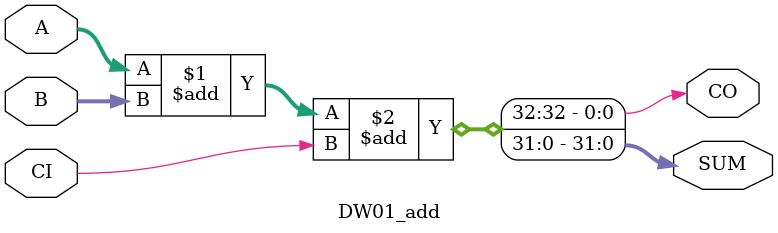
<source format=v>




//
//-------------------------------------------------------------------------------------------------
//
// Description : Basic adder
//
//-------------------------------------------------------------------------------------------------

module DW01_add ( A, B, CI, SUM, CO )/* synthesis syn_builtin_du = "weak" */;
	
parameter	width = 32;

input [width - 1 : 0]  A;
input [width - 1 : 0]  B;
input                  CI;

output                 CO ;
output [width - 1 : 0] SUM ;
wire                   CO ;
wire [width - 1 : 0]   SUM ;

assign { CO, SUM } = A + B + CI;


endmodule

</source>
